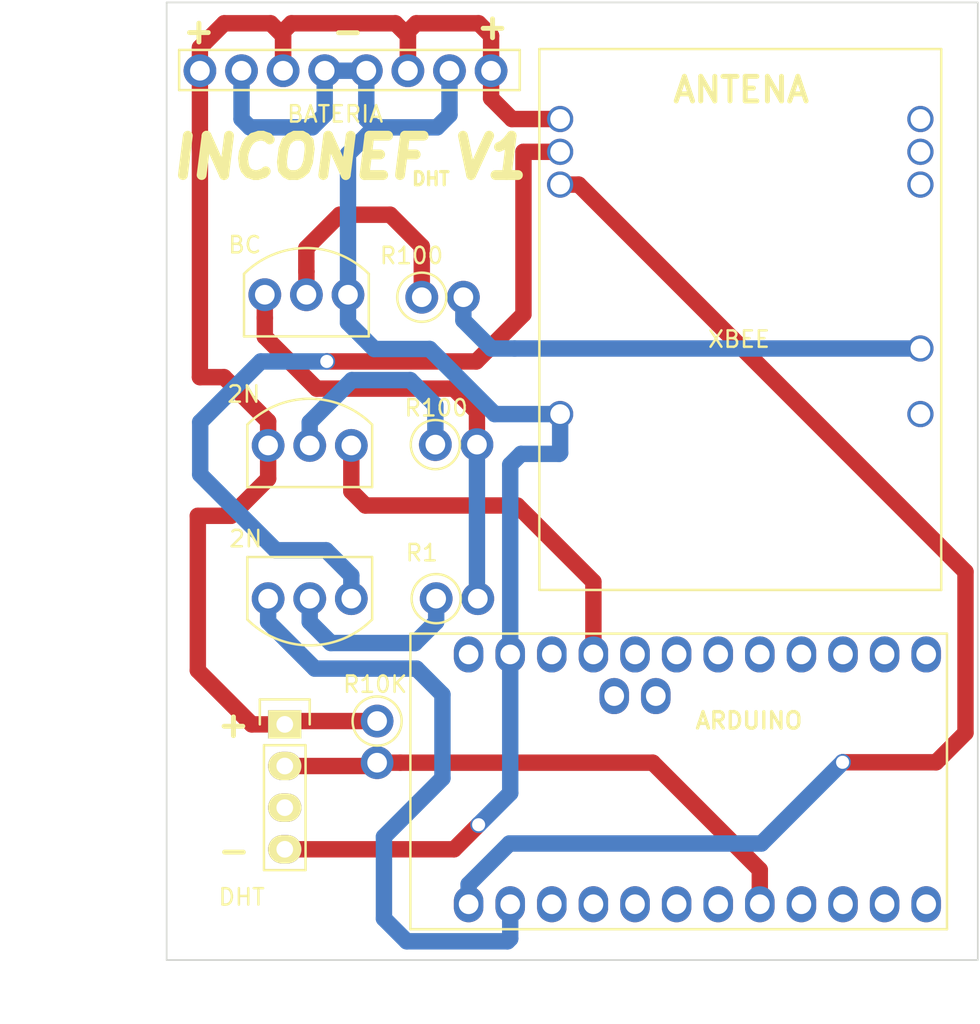
<source format=kicad_pcb>
(kicad_pcb (version 20171130) (host pcbnew "(5.0.2)-1")

  (general
    (thickness 1.6)
    (drawings 14)
    (tracks 141)
    (zones 0)
    (modules 11)
    (nets 39)
  )

  (page A4)
  (layers
    (0 F.Cu signal)
    (31 B.Cu signal)
    (32 B.Adhes user)
    (33 F.Adhes user)
    (34 B.Paste user)
    (35 F.Paste user)
    (36 B.SilkS user)
    (37 F.SilkS user)
    (38 B.Mask user)
    (39 F.Mask user)
    (40 Dwgs.User user)
    (41 Cmts.User user)
    (42 Eco1.User user)
    (43 Eco2.User user)
    (44 Edge.Cuts user)
    (45 Margin user)
    (46 B.CrtYd user)
    (47 F.CrtYd user)
    (48 B.Fab user)
    (49 F.Fab user)
  )

  (setup
    (last_trace_width 1)
    (trace_clearance 0.2)
    (zone_clearance 0.508)
    (zone_45_only no)
    (trace_min 1)
    (segment_width 0.2)
    (edge_width 0.1)
    (via_size 1)
    (via_drill 0.8)
    (via_min_size 0.4)
    (via_min_drill 0.3)
    (uvia_size 0.3)
    (uvia_drill 0.1)
    (uvias_allowed no)
    (uvia_min_size 0.2)
    (uvia_min_drill 0.1)
    (pcb_text_width 0.3)
    (pcb_text_size 1.5 1.5)
    (mod_edge_width 0.15)
    (mod_text_size 1 1)
    (mod_text_width 0.15)
    (pad_size 2 2)
    (pad_drill 0.8)
    (pad_to_mask_clearance 0)
    (solder_mask_min_width 0.25)
    (aux_axis_origin 111.8616 39.116)
    (grid_origin 180.4416 107.696)
    (visible_elements 7FFFFFFF)
    (pcbplotparams
      (layerselection 0x01000_ffffffff)
      (usegerberextensions false)
      (usegerberattributes false)
      (usegerberadvancedattributes false)
      (creategerberjobfile false)
      (excludeedgelayer true)
      (linewidth 0.100000)
      (plotframeref false)
      (viasonmask false)
      (mode 1)
      (useauxorigin false)
      (hpglpennumber 1)
      (hpglpenspeed 20)
      (hpglpendiameter 15.000000)
      (psnegative false)
      (psa4output false)
      (plotreference true)
      (plotvalue true)
      (plotinvisibletext false)
      (padsonsilk false)
      (subtractmaskfromsilk false)
      (outputformat 1)
      (mirror false)
      (drillshape 0)
      (scaleselection 1)
      (outputdirectory "../V0/"))
  )

  (net 0 "")
  (net 1 3.7V)
  (net 2 SENS_DATA)
  (net 3 "Net-(TH1-Pad3)")
  (net 4 GND)
  (net 5 TX_XBEE)
  (net 6 RX_XBEE)
  (net 7 "Net-(U4-Pad5)")
  (net 8 "Net-(U4-Pad6)")
  (net 9 "Net-(U4-Pad7)")
  (net 10 PINOUT_TRANSISTOR)
  (net 11 "Net-(U4-Pad9)")
  (net 12 "Net-(U7-Pad1)")
  (net 13 RX_ARDUINO)
  (net 14 3.7V_OUT-T)
  (net 15 "Net-(U10-Pad2)")
  (net 16 Salida_2T)
  (net 17 "Net-(U5-Pad1)")
  (net 18 "Net-(U2-Pad10)")
  (net 19 "Net-(U2-Pad9)")
  (net 20 "Net-(U2-Pad8)")
  (net 21 "Net-(U2-Pad7)")
  (net 22 "Net-(U2-Pad6)")
  (net 23 "Net-(U2-Pad4)")
  (net 24 "Net-(U2-Pad3)")
  (net 25 "Net-(U2-Pad2)")
  (net 26 "Net-(U2-Pad1)")
  (net 27 "Net-(U2-Pad24)")
  (net 28 "Net-(U2-Pad23)")
  (net 29 "Net-(U2-Pad22)")
  (net 30 "Net-(U2-Pad21)")
  (net 31 "Net-(U2-Pad20)")
  (net 32 "Net-(U2-Pad19)")
  (net 33 "Net-(U2-Pad18)")
  (net 34 "Net-(U2-Pad17)")
  (net 35 "Net-(U2-Pad15)")
  (net 36 "Net-(U2-Pad13)")
  (net 37 "Net-(U2-Pad25)")
  (net 38 "Net-(U2-Pad26)")

  (net_class Default "Esta es la clase de red por defecto."
    (clearance 0.2)
    (trace_width 1)
    (via_dia 1)
    (via_drill 0.8)
    (uvia_dia 0.3)
    (uvia_drill 0.1)
    (add_net 3.7V)
    (add_net 3.7V_OUT-T)
    (add_net GND)
    (add_net "Net-(TH1-Pad3)")
    (add_net "Net-(U10-Pad2)")
    (add_net "Net-(U2-Pad1)")
    (add_net "Net-(U2-Pad10)")
    (add_net "Net-(U2-Pad13)")
    (add_net "Net-(U2-Pad15)")
    (add_net "Net-(U2-Pad17)")
    (add_net "Net-(U2-Pad18)")
    (add_net "Net-(U2-Pad19)")
    (add_net "Net-(U2-Pad2)")
    (add_net "Net-(U2-Pad20)")
    (add_net "Net-(U2-Pad21)")
    (add_net "Net-(U2-Pad22)")
    (add_net "Net-(U2-Pad23)")
    (add_net "Net-(U2-Pad24)")
    (add_net "Net-(U2-Pad25)")
    (add_net "Net-(U2-Pad26)")
    (add_net "Net-(U2-Pad3)")
    (add_net "Net-(U2-Pad4)")
    (add_net "Net-(U2-Pad6)")
    (add_net "Net-(U2-Pad7)")
    (add_net "Net-(U2-Pad8)")
    (add_net "Net-(U2-Pad9)")
    (add_net "Net-(U4-Pad5)")
    (add_net "Net-(U4-Pad6)")
    (add_net "Net-(U4-Pad7)")
    (add_net "Net-(U4-Pad9)")
    (add_net "Net-(U5-Pad1)")
    (add_net "Net-(U7-Pad1)")
    (add_net PINOUT_TRANSISTOR)
    (add_net RX_ARDUINO)
    (add_net RX_XBEE)
    (add_net SENS_DATA)
    (add_net Salida_2T)
    (add_net TX_XBEE)
  )

  (module ProyectoCorcho:ArduinoProMini (layer F.Cu) (tedit 5CADF7E6) (tstamp 5CAB58F0)
    (at 144.272 86.5124)
    (descr "IC, ARDUINO_PRO_MINI x 0,6\"")
    (tags "DIL ARDUINO PRO MINI")
    (path /5CAB0093)
    (fp_text reference ARDUINO (at 3.1496 -3.5814) (layer F.SilkS)
      (effects (font (size 1 1) (thickness 0.2)))
    )
    (fp_text value "" (at 0 0) (layer F.Fab) hide
      (effects (font (size 0.8 0.8) (thickness 0.16)))
    )
    (fp_line (start 15.24 9.144) (end 15.24 -8.89) (layer F.SilkS) (width 0.15))
    (fp_line (start -17.526 -8.89) (end -17.526 9.144) (layer F.SilkS) (width 0.15))
    (fp_line (start 15.24 9.144) (end -17.526 9.144) (layer F.SilkS) (width 0.15))
    (fp_line (start -17.526 -8.89) (end 15.24 -8.89) (layer F.SilkS) (width 0.15))
    (pad 12 thru_hole oval (at -13.97 7.62) (size 1.8 2.19964) (drill 1.2) (layers *.Cu *.Mask)
      (net 6 RX_XBEE))
    (pad 11 thru_hole oval (at -11.43 7.62) (size 1.8 2.19964) (drill 1.2) (layers *.Cu *.Mask)
      (net 13 RX_ARDUINO))
    (pad 10 thru_hole oval (at -8.89 7.62) (size 1.8 2.19964) (drill 1.2) (layers *.Cu *.Mask)
      (net 18 "Net-(U2-Pad10)"))
    (pad 9 thru_hole oval (at -6.35 7.62) (size 1.8 2.19964) (drill 1.2) (layers *.Cu *.Mask)
      (net 19 "Net-(U2-Pad9)"))
    (pad 8 thru_hole oval (at -3.81 7.62) (size 1.8 2.19964) (drill 1.2) (layers *.Cu *.Mask)
      (net 20 "Net-(U2-Pad8)"))
    (pad 7 thru_hole oval (at -1.27 7.62) (size 1.8 2.19964) (drill 1.2) (layers *.Cu *.Mask)
      (net 21 "Net-(U2-Pad7)"))
    (pad 6 thru_hole oval (at 1.27 7.62) (size 1.8 2.19964) (drill 1.2) (layers *.Cu *.Mask)
      (net 22 "Net-(U2-Pad6)"))
    (pad 5 thru_hole oval (at 3.81 7.62) (size 1.8 2.19964) (drill 1.2) (layers *.Cu *.Mask)
      (net 2 SENS_DATA))
    (pad 4 thru_hole oval (at 6.35 7.62) (size 1.8 2.19964) (drill 1.2) (layers *.Cu *.Mask)
      (net 23 "Net-(U2-Pad4)"))
    (pad 3 thru_hole oval (at 8.89 7.62) (size 1.8 2.19964) (drill 1.2) (layers *.Cu *.Mask)
      (net 24 "Net-(U2-Pad3)"))
    (pad 2 thru_hole oval (at 11.43 7.62) (size 1.8 2.19964) (drill 1.2) (layers *.Cu *.Mask)
      (net 25 "Net-(U2-Pad2)"))
    (pad 1 thru_hole oval (at 13.97 7.62) (size 1.8 2.19964) (drill 1.2) (layers *.Cu *.Mask)
      (net 26 "Net-(U2-Pad1)"))
    (pad 24 thru_hole oval (at 13.97 -7.62) (size 1.8 2.19964) (drill 1.2) (layers *.Cu *.Mask)
      (net 27 "Net-(U2-Pad24)"))
    (pad 23 thru_hole oval (at 11.43 -7.62) (size 1.8 2.19964) (drill 1.2) (layers *.Cu *.Mask)
      (net 28 "Net-(U2-Pad23)"))
    (pad 22 thru_hole oval (at 8.89 -7.62) (size 1.8 2.19964) (drill 1.2) (layers *.Cu *.Mask)
      (net 29 "Net-(U2-Pad22)"))
    (pad 21 thru_hole oval (at 6.35 -7.62) (size 1.8 2.19964) (drill 1.2) (layers *.Cu *.Mask)
      (net 30 "Net-(U2-Pad21)"))
    (pad 20 thru_hole oval (at 3.81 -7.62) (size 1.8 2.19964) (drill 1.2) (layers *.Cu *.Mask)
      (net 31 "Net-(U2-Pad20)"))
    (pad 19 thru_hole oval (at 1.27 -7.62) (size 1.8 2.19964) (drill 1.2) (layers *.Cu *.Mask)
      (net 32 "Net-(U2-Pad19)"))
    (pad 18 thru_hole oval (at -1.27 -7.62) (size 1.8 2.19964) (drill 1.2) (layers *.Cu *.Mask)
      (net 33 "Net-(U2-Pad18)"))
    (pad 17 thru_hole oval (at -3.81 -7.62) (size 1.8 2.19964) (drill 1.2) (layers *.Cu *.Mask)
      (net 34 "Net-(U2-Pad17)"))
    (pad 16 thru_hole oval (at -6.35 -7.62) (size 1.8 2.19964) (drill 1.2) (layers *.Cu *.Mask)
      (net 14 3.7V_OUT-T))
    (pad 15 thru_hole oval (at -8.89 -7.62) (size 1.8 2.19964) (drill 1.2) (layers *.Cu *.Mask)
      (net 35 "Net-(U2-Pad15)"))
    (pad 14 thru_hole oval (at -11.43 -7.62) (size 1.8 2.19964) (drill 1.2) (layers *.Cu *.Mask)
      (net 4 GND))
    (pad 13 thru_hole oval (at -13.97 -7.62) (size 1.8 2.19964) (drill 1.2) (layers *.Cu *.Mask)
      (net 36 "Net-(U2-Pad13)"))
    (pad 25 thru_hole oval (at -2.54 -5.08) (size 1.8 2.19964) (drill 1.2) (layers *.Cu *.Mask)
      (net 37 "Net-(U2-Pad25)"))
    (pad 26 thru_hole oval (at -5.08 -5.08) (size 1.8 2.19964) (drill 1.2) (layers *.Cu *.Mask)
      (net 38 "Net-(U2-Pad26)"))
    (model Socket_Strips.3dshapes/Socket_Strip_Straight_1x02_Pitch2.54mm.wrl
      (offset (xyz -3.809999942779541 5.079999923706055 0))
      (scale (xyz 1 1 1))
      (rotate (xyz 0 0 0))
    )
    (model Socket_Strips.3dshapes/Socket_Strip_Straight_1x03_Pitch2.54mm.wrl
      (offset (xyz 13.96999979019165 2.539999961853027 0))
      (scale (xyz 1 1 1))
      (rotate (xyz 0 0 90))
    )
    (model Socket_Strips.3dshapes/Socket_Strip_Straight_1x12_Pitch2.54mm.wrl
      (offset (xyz 0 7.619999885559082 0))
      (scale (xyz 1 1 1))
      (rotate (xyz 0 0 0))
    )
    (model Socket_Strips.3dshapes/Socket_Strip_Straight_1x12_Pitch2.54mm.wrl
      (offset (xyz 0 -7.619999885559082 0))
      (scale (xyz 1 1 1))
      (rotate (xyz 0 0 0))
    )
    (model Socket_Strips.3dshapes/Socket_Strip_Straight_1x02_Pitch2.54mm.wrl
      (offset (xyz 6.349999904632568 5.079999923706055 0))
      (scale (xyz 1 1 1))
      (rotate (xyz 0 0 0))
    )
    (model ${MYSLOCAL}/mysensors.3dshapes/mysensors_arduino.3dshapes/arduino_pro_mini.wrl
      (offset (xyz -1.269999980926514 0 12.19199981689453))
      (scale (xyz 0.395 0.395 0.395))
      (rotate (xyz 0 0 180))
    )
    (model SMD_Packages.3dshapes/TQFP-32.wrl
      (offset (xyz 1.269999980926514 0 13.01749980449676))
      (scale (xyz 1 1 1))
      (rotate (xyz 0 0 315))
    )
    (model Pin_Headers.3dshapes/Pin_Header_Straight_1x12_Pitch2.54mm.wrl
      (offset (xyz 13.96999979019165 -7.619999885559082 11.30299983024597))
      (scale (xyz 1 1 1))
      (rotate (xyz 0 180 90))
    )
    (model Pin_Headers.3dshapes/Pin_Header_Straight_1x12_Pitch2.54mm.wrl
      (offset (xyz 13.96999979019165 7.619999885559082 11.30299983024597))
      (scale (xyz 1 1 1))
      (rotate (xyz 0 180 90))
    )
    (model Pin_Headers.3dshapes/Pin_Header_Straight_1x03_Pitch2.54mm.wrl
      (offset (xyz 13.96999979019165 5.079999923706055 11.30299983024597))
      (scale (xyz 1 1 1))
      (rotate (xyz 0 180 0))
    )
    (model Pin_Headers.3dshapes/Pin_Header_Straight_1x02_Pitch2.54mm.wrl
      (offset (xyz 7.619999885559082 5.079999923706055 11.30299983024597))
      (scale (xyz 1 1 1))
      (rotate (xyz 0 180 90))
    )
    (model Pin_Headers.3dshapes/Pin_Header_Straight_1x02_Pitch2.54mm.wrl
      (offset (xyz -2.539999961853027 5.079999923706055 11.30299983024597))
      (scale (xyz 1 1 1))
      (rotate (xyz 0 180 90))
    )
    (model ${MYSLOCAL}/mysensors.3dshapes/w.lain.3dshapes/smd_leds/led_0603.wrl
      (offset (xyz -7.619999885559082 0 13.01749980449676))
      (scale (xyz 1 1 1))
      (rotate (xyz 0 0 0))
    )
    (model ${MYSLOCAL}/mysensors.3dshapes/w.lain.3dshapes/smd_leds/led_0603.wrl
      (offset (xyz 13.96999979019165 -4.444999933242798 13.01749980449676))
      (scale (xyz 1 1 1))
      (rotate (xyz 0 0 0))
    )
    (model Pin_Headers.3dshapes/Pin_Header_Angled_1x06_Pitch2.54mm.wrl
      (offset (xyz -16.50999975204468 -6.349999904632568 13.01749980449676))
      (scale (xyz 1 1 1))
      (rotate (xyz 0 0 180))
    )
    (model Resistors_SMD.3dshapes/R_0603.wrl
      (offset (xyz -7.619999885559082 -1.269999980926514 13.01749980449676))
      (scale (xyz 1 1 1))
      (rotate (xyz 0 0 0))
    )
    (model Resistors_SMD.3dshapes/R_0603.wrl
      (offset (xyz 13.96999979019165 -3.174999952316284 13.01749980449676))
      (scale (xyz 1 1 1))
      (rotate (xyz 0 0 0))
    )
    (model Capacitors_SMD.3dshapes/C_0603.wrl
      (offset (xyz -7.619999885559082 1.269999980926514 13.01749980449676))
      (scale (xyz 1 1 1))
      (rotate (xyz 0 0 0))
    )
    (model Capacitors_Tantalum_SMD.3dshapes/CP_Tantalum_Case-S_EIA-3216-12.wrl
      (offset (xyz -8.889999866485596 3.809999942779541 13.01749980449676))
      (scale (xyz 1 1 1))
      (rotate (xyz 0 0 0))
    )
    (model Capacitors_Tantalum_SMD.3dshapes/CP_Tantalum_Case-S_EIA-3216-12.wrl
      (offset (xyz -8.889999866485596 -3.809999942779541 13.01749980449676))
      (scale (xyz 1 1 1))
      (rotate (xyz 0 0 0))
    )
    (model TO_SOT_Packages_SMD.3dshapes/SOT-23-5.wrl
      (offset (xyz -10.15999984741211 0 13.01749980449676))
      (scale (xyz 1 1 1))
      (rotate (xyz 0 0 90))
    )
    (model Capacitors_SMD.3dshapes/C_1210.wrl
      (offset (xyz -12.69999980926514 0 13.01749980449676))
      (scale (xyz 1 1 1))
      (rotate (xyz 0 0 90))
    )
    (model ${MYSLOCAL}/mysensors.3dshapes/w.lain.3dshapes/switch/smd_push.wrl
      (offset (xyz 10.15999984741211 0 13.01749980449676))
      (scale (xyz 1 1 1))
      (rotate (xyz 0 0 90))
    )
  )

  (module ProyectoCorcho:XBEE (layer F.Cu) (tedit 5CAB5DF0) (tstamp 5CAB5942)
    (at 134.62 44.958)
    (path /5CAAFF90)
    (fp_text reference XBEE (at 12.1916 14.708) (layer F.SilkS)
      (effects (font (size 1 1) (thickness 0.15)))
    )
    (fp_text value "" (at 12.7 -1.27) (layer F.Fab)
      (effects (font (size 1 1) (thickness 0.15)))
    )
    (fp_line (start 0 -3) (end 24.54 -3) (layer F.SilkS) (width 0.15))
    (fp_line (start 24.54 -3) (end 24.54 30) (layer F.SilkS) (width 0.15))
    (fp_line (start 24.54 30) (end 0 30) (layer F.SilkS) (width 0.15))
    (fp_line (start 0 30) (end 0 -3) (layer F.SilkS) (width 0.15))
    (pad 1 thru_hole circle (at 1.27 1.27) (size 1.6 1.6) (drill 1.2) (layers *.Cu *.Mask)
      (net 1 3.7V))
    (pad 2 thru_hole circle (at 1.27 3.27) (size 1.6 1.6) (drill 1.2) (layers *.Cu *.Mask)
      (net 5 TX_XBEE))
    (pad 3 thru_hole circle (at 1.27 5.27) (size 1.6 1.6) (drill 1.2) (layers *.Cu *.Mask)
      (net 6 RX_XBEE))
    (pad 4 thru_hole circle (at 1.27 19.27) (size 1.6 1.6) (drill 1.2) (layers *.Cu *.Mask)
      (net 4 GND))
    (pad 5 thru_hole circle (at 23.27 1.27) (size 1.6 1.6) (drill 1.2) (layers *.Cu *.Mask)
      (net 7 "Net-(U4-Pad5)"))
    (pad 6 thru_hole circle (at 23.27 3.27) (size 1.6 1.6) (drill 1.2) (layers *.Cu *.Mask)
      (net 8 "Net-(U4-Pad6)"))
    (pad 7 thru_hole circle (at 23.27 5.27) (size 1.6 1.6) (drill 1.2) (layers *.Cu *.Mask)
      (net 9 "Net-(U4-Pad7)"))
    (pad 8 thru_hole circle (at 23.27 15.27) (size 1.6 1.6) (drill 1.2) (layers *.Cu *.Mask)
      (net 10 PINOUT_TRANSISTOR))
    (pad 9 thru_hole circle (at 23.27 19.27) (size 1.6 1.6) (drill 1.2) (layers *.Cu *.Mask)
      (net 11 "Net-(U4-Pad9)"))
  )

  (module ProyectoCorcho:PinesBateria (layer F.Cu) (tedit 5CAB5E14) (tstamp 5CAB407A)
    (at 112.6236 42.0116)
    (path /5CAB0001)
    (fp_text reference BATERIA (at 9.528 3.9144) (layer F.SilkS)
      (effects (font (size 1 1) (thickness 0.15)))
    )
    (fp_text value "" (at 10.16 -1.27) (layer F.Fab)
      (effects (font (size 1 1) (thickness 0.15)))
    )
    (fp_line (start 0 0) (end 20.8 0) (layer F.SilkS) (width 0.15))
    (fp_line (start 20.8 0) (end 20.8 2.45) (layer F.SilkS) (width 0.15))
    (fp_line (start 20.8 2.45) (end 0 2.45) (layer F.SilkS) (width 0.15))
    (fp_line (start 0 2.45) (end 0 0) (layer F.SilkS) (width 0.15))
    (pad 1 thru_hole circle (at 1.27 1.27) (size 2 2) (drill 1.2) (layers *.Cu *.Mask)
      (net 1 3.7V))
    (pad 2 thru_hole circle (at 3.81 1.27) (size 2 2) (drill 1.2) (layers *.Cu *.Mask)
      (net 4 GND))
    (pad 3 thru_hole circle (at 6.35 1.27) (size 2 2) (drill 1.2) (layers *.Cu *.Mask)
      (net 1 3.7V))
    (pad 4 thru_hole circle (at 8.89 1.27) (size 2 2) (drill 1.2) (layers *.Cu *.Mask)
      (net 4 GND))
    (pad 5 thru_hole circle (at 11.43 1.27) (size 2 2) (drill 1.2) (layers *.Cu *.Mask)
      (net 4 GND))
    (pad 6 thru_hole circle (at 13.97 1.27) (size 2 2) (drill 1.2) (layers *.Cu *.Mask)
      (net 1 3.7V))
    (pad 7 thru_hole circle (at 16.51 1.27) (size 2 2) (drill 1.2) (layers *.Cu *.Mask)
      (net 4 GND))
    (pad 8 thru_hole circle (at 19.05 1.27) (size 2 2) (drill 1.2) (layers *.Cu *.Mask)
      (net 1 3.7V))
  )

  (module ProyectoCorcho:Transistor1 (layer B.Cu) (tedit 5CAB5E63) (tstamp 5CAB4043)
    (at 120.5992 66.1416)
    (path /5CAB0548)
    (fp_text reference 2N (at -4.0276 -3.1256) (layer F.SilkS)
      (effects (font (size 1 1) (thickness 0.15)))
    )
    (fp_text value "" (at 0 3.81) (layer B.Fab)
      (effects (font (size 1 1) (thickness 0.15)) (justify mirror))
    )
    (fp_arc (start 0 2.54) (end 3.81 -1.27) (angle -90) (layer F.SilkS) (width 0.15))
    (fp_line (start 3.81 2.54) (end 3.81 -1.27) (layer F.SilkS) (width 0.15))
    (fp_line (start -3.81 2.54) (end 3.81 2.54) (layer F.SilkS) (width 0.15))
    (fp_line (start -3.81 -1.27) (end -3.81 2.54) (layer F.SilkS) (width 0.15))
    (pad 3 thru_hole circle (at 2.54 0) (size 2 2) (drill 1.2) (layers *.Cu *.Mask)
      (net 14 3.7V_OUT-T))
    (pad 2 thru_hole circle (at 0 0) (size 2 2) (drill 1.2) (layers *.Cu *.Mask)
      (net 15 "Net-(U10-Pad2)"))
    (pad 1 thru_hole circle (at -2.54 0) (size 2 2) (drill 1.2) (layers *.Cu *.Mask)
      (net 1 3.7V))
  )

  (module Sensors:DHT22_Temperature_Humidity (layer F.Cu) (tedit 5CAB5DB0) (tstamp 5CAB401C)
    (at 119.0752 86.9696 270)
    (path /5CAAFEFB)
    (fp_text reference DHT (at 6.7264 2.6336) (layer F.SilkS)
      (effects (font (size 1 1) (thickness 0.15)))
    )
    (fp_text value "" (at 0 5.445 270) (layer F.Fab)
      (effects (font (size 1 1) (thickness 0.15)))
    )
    (fp_line (start -2.54 1.27) (end -2.54 -1.27) (layer F.SilkS) (width 0.15))
    (fp_line (start 5.08 1.27) (end -2.54 1.27) (layer F.SilkS) (width 0.15))
    (fp_line (start 5.08 -1.27) (end 5.08 1.27) (layer F.SilkS) (width 0.15))
    (fp_line (start -2.54 -1.27) (end 5.08 -1.27) (layer F.SilkS) (width 0.15))
    (fp_line (start -5.334 1.524) (end -3.81 1.524) (layer F.SilkS) (width 0.15))
    (fp_line (start -5.334 -1.524) (end -5.334 1.524) (layer F.SilkS) (width 0.15))
    (fp_line (start -3.81 -1.524) (end -5.334 -1.524) (layer F.SilkS) (width 0.15))
    (fp_line (start -7.62 4.3) (end 7.62 4.3) (layer B.CrtYd) (width 0.15))
    (fp_line (start -7.62 -3.3) (end -7.62 4.3) (layer B.CrtYd) (width 0.15))
    (fp_line (start 7.62 -3.3) (end 7.62 4.3) (layer B.CrtYd) (width 0.15))
    (fp_line (start -7.62 -3.3) (end 7.62 -3.3) (layer B.CrtYd) (width 0.15))
    (fp_line (start -7.62 -2) (end 7.62 -2) (layer B.CrtYd) (width 0.15))
    (pad 1 thru_hole rect (at -3.81 0) (size 2.032 1.7272) (drill 1.016) (layers *.Cu *.Mask F.SilkS)
      (net 1 3.7V))
    (pad 2 thru_hole oval (at -1.27 0) (size 2.032 1.7272) (drill 1.016) (layers *.Cu *.Mask F.SilkS)
      (net 2 SENS_DATA))
    (pad 3 thru_hole oval (at 1.27 0) (size 2.032 1.7272) (drill 1.016) (layers *.Cu *.Mask F.SilkS)
      (net 3 "Net-(TH1-Pad3)"))
    (pad 4 thru_hole oval (at 3.81 0) (size 2.032 1.7272) (drill 1.016) (layers *.Cu *.Mask F.SilkS)
      (net 4 GND))
  )

  (module ProyectoCorcho:ResitenciaVertical (layer F.Cu) (tedit 5CAB5D2A) (tstamp 5CAB406A)
    (at 128.27 66.0908)
    (path /5CAB0154)
    (fp_text reference R100 (at 0.0516 -2.2348) (layer F.SilkS)
      (effects (font (size 1 1) (thickness 0.15)))
    )
    (fp_text value "" (at 1.27 -2.54) (layer F.Fab)
      (effects (font (size 1 1) (thickness 0.15)))
    )
    (fp_circle (center 0 0) (end 1.5 0) (layer F.SilkS) (width 0.15))
    (pad 1 thru_hole circle (at 0 0) (size 2 2) (drill 1.2) (layers *.Cu *.Mask)
      (net 15 "Net-(U10-Pad2)"))
    (pad 2 thru_hole circle (at 2.54 0) (size 2 2) (drill 1.2) (layers *.Cu *.Mask)
      (net 16 Salida_2T))
  )

  (module ProyectoCorcho:ResitenciaVertical (layer F.Cu) (tedit 5CAB5D89) (tstamp 5CAB4063)
    (at 128.3208 75.4888)
    (path /5CAB0275)
    (fp_text reference R1 (at -0.8792 -2.7928) (layer F.SilkS)
      (effects (font (size 1 1) (thickness 0.15)))
    )
    (fp_text value "" (at 1.27 -2.54) (layer F.Fab)
      (effects (font (size 1 1) (thickness 0.15)))
    )
    (fp_circle (center 0 0) (end 1.5 0) (layer F.SilkS) (width 0.15))
    (pad 1 thru_hole circle (at 0 0) (size 2 2) (drill 1.2) (layers *.Cu *.Mask)
      (net 12 "Net-(U7-Pad1)"))
    (pad 2 thru_hole circle (at 2.54 0) (size 2 2) (drill 1.2) (layers *.Cu *.Mask)
      (net 16 Salida_2T))
  )

  (module ProyectoCorcho:ResitenciaVertical (layer F.Cu) (tedit 5CAB5D15) (tstamp 5CAB405C)
    (at 127.4416 57.0992)
    (path /5CAB01CC)
    (fp_text reference R100 (at -0.6264 -2.5332) (layer F.SilkS)
      (effects (font (size 1 1) (thickness 0.15)))
    )
    (fp_text value "" (at 1.27 -2.54) (layer F.Fab)
      (effects (font (size 1 1) (thickness 0.15)))
    )
    (fp_circle (center 0 0) (end 1.5 0) (layer F.SilkS) (width 0.15))
    (pad 2 thru_hole circle (at 2.54 0) (size 2 2) (drill 1.2) (layers *.Cu *.Mask)
      (net 10 PINOUT_TRANSISTOR))
    (pad 1 thru_hole circle (at 0 0) (size 2 2) (drill 1.2) (layers *.Cu *.Mask)
      (net 17 "Net-(U5-Pad1)"))
  )

  (module ProyectoCorcho:ResitenciaVertical (layer F.Cu) (tedit 5CAB5DCC) (tstamp 5CAB4055)
    (at 124.714 82.9564 270)
    (path /5CAB25D5)
    (fp_text reference " R10K" (at -2.2404 0.5024) (layer F.SilkS)
      (effects (font (size 1 1) (thickness 0.15)))
    )
    (fp_text value "" (at 1.27 -2.54 270) (layer F.Fab)
      (effects (font (size 1 1) (thickness 0.15)))
    )
    (fp_circle (center 0 0) (end 1.5 0) (layer F.SilkS) (width 0.15))
    (pad 1 thru_hole circle (at 0 0 270) (size 2 2) (drill 1.2) (layers *.Cu *.Mask)
      (net 1 3.7V))
    (pad 2 thru_hole circle (at 2.54 0 270) (size 2 2) (drill 1.2) (layers *.Cu *.Mask)
      (net 2 SENS_DATA))
  )

  (module ProyectoCorcho:Transistor (layer F.Cu) (tedit 5CAE0039) (tstamp 5CAB404E)
    (at 120.396 56.9468)
    (path /5CAB0484)
    (fp_text reference BC (at -3.7644 -3.0408) (layer F.SilkS)
      (effects (font (size 1 1) (thickness 0.15)))
    )
    (fp_text value "" (at 0 -3.81) (layer F.Fab)
      (effects (font (size 1 1) (thickness 0.15)))
    )
    (fp_line (start 3.81 -1.27) (end 3.81 2.54) (layer F.SilkS) (width 0.15))
    (fp_line (start 3.81 2.54) (end -3.81 2.54) (layer F.SilkS) (width 0.15))
    (fp_line (start -3.81 2.54) (end -3.81 -1.27) (layer F.SilkS) (width 0.15))
    (fp_arc (start 0 2.54) (end -3.81 -1.27) (angle 90) (layer F.SilkS) (width 0.15))
    (pad 1 thru_hole circle (at -2.54 0) (size 2 2) (drill 1.2) (layers *.Cu *.Mask)
      (net 16 Salida_2T))
    (pad 2 thru_hole circle (at 0 0) (size 2 2) (drill 1.2) (layers *.Cu *.Mask)
      (net 17 "Net-(U5-Pad1)"))
    (pad 3 thru_hole circle (at 2.54 0) (size 2 2) (drill 1.2) (layers *.Cu *.Mask)
      (net 4 GND))
  )

  (module ProyectoCorcho:Transistor1 (layer B.Cu) (tedit 5CAB5E45) (tstamp 5CAB4038)
    (at 120.5992 75.4888 180)
    (path /5CAB0508)
    (fp_text reference 2N (at 3.9076 3.6528 180) (layer F.SilkS)
      (effects (font (size 1 1) (thickness 0.15)))
    )
    (fp_text value "" (at 0 3.81 180) (layer B.Fab)
      (effects (font (size 1 1) (thickness 0.15)) (justify mirror))
    )
    (fp_line (start -3.81 -1.27) (end -3.81 2.54) (layer F.SilkS) (width 0.15))
    (fp_line (start -3.81 2.54) (end 3.81 2.54) (layer F.SilkS) (width 0.15))
    (fp_line (start 3.81 2.54) (end 3.81 -1.27) (layer F.SilkS) (width 0.15))
    (fp_arc (start 0 2.54) (end 3.81 -1.27) (angle -90) (layer F.SilkS) (width 0.15))
    (pad 1 thru_hole circle (at -2.54 0 180) (size 2 2) (drill 1.2) (layers *.Cu *.Mask)
      (net 5 TX_XBEE))
    (pad 2 thru_hole circle (at 0 0 180) (size 2 2) (drill 1.2) (layers *.Cu *.Mask)
      (net 12 "Net-(U7-Pad1)"))
    (pad 3 thru_hole circle (at 2.54 0 180) (size 2 2) (drill 1.2) (layers *.Cu *.Mask)
      (net 13 RX_ARDUINO))
  )

  (dimension 49.53 (width 0.3) (layer Dwgs.User)
    (gr_text "49,530 mm" (at 136.6266 102.810999) (layer Dwgs.User)
      (effects (font (size 1.5 1.5) (thickness 0.3)))
    )
    (feature1 (pts (xy 161.3916 97.536) (xy 161.3916 101.29742)))
    (feature2 (pts (xy 111.8616 97.536) (xy 111.8616 101.29742)))
    (crossbar (pts (xy 111.8616 100.710999) (xy 161.3916 100.710999)))
    (arrow1a (pts (xy 161.3916 100.710999) (xy 160.265096 101.29742)))
    (arrow1b (pts (xy 161.3916 100.710999) (xy 160.265096 100.124578)))
    (arrow2a (pts (xy 111.8616 100.710999) (xy 112.988104 101.29742)))
    (arrow2b (pts (xy 111.8616 100.710999) (xy 112.988104 100.124578)))
  )
  (gr_line (start 161.3916 97.536) (end 111.8616 97.536) (layer Edge.Cuts) (width 0.1))
  (gr_line (start 161.3916 39.116) (end 161.3916 97.536) (layer Edge.Cuts) (width 0.1))
  (gr_line (start 111.8616 39.116) (end 161.3916 39.116) (layer Edge.Cuts) (width 0.1))
  (gr_text "DHT\n" (at 127.9916 49.876) (layer F.SilkS)
    (effects (font (size 0.8 0.8) (thickness 0.2)))
  )
  (gr_text "INCONEF V1\n" (at 123.0416 48.566) (layer F.SilkS)
    (effects (font (size 2.4 2.4) (thickness 0.6) italic))
  )
  (dimension 58.42 (width 0.3) (layer Dwgs.User)
    (gr_text "58,420 mm" (at 107.2216 68.326 90) (layer Dwgs.User)
      (effects (font (size 1.5 1.5) (thickness 0.3)))
    )
    (feature1 (pts (xy 111.8616 39.116) (xy 108.735179 39.116)))
    (feature2 (pts (xy 111.8616 97.536) (xy 108.735179 97.536)))
    (crossbar (pts (xy 109.3216 97.536) (xy 109.3216 39.116)))
    (arrow1a (pts (xy 109.3216 39.116) (xy 109.908021 40.242504)))
    (arrow1b (pts (xy 109.3216 39.116) (xy 108.735179 40.242504)))
    (arrow2a (pts (xy 109.3216 97.536) (xy 109.908021 96.409496)))
    (arrow2b (pts (xy 109.3216 97.536) (xy 108.735179 96.409496)))
  )
  (gr_line (start 111.8616 39.116) (end 111.8616 97.536) (layer Edge.Cuts) (width 0.1))
  (gr_text - (at 115.9716 90.846) (layer F.SilkS) (tstamp 5CAB661B)
    (effects (font (size 1.5 1.5) (thickness 0.3)) (justify mirror))
  )
  (gr_text + (at 115.9416 83.166) (layer F.SilkS) (tstamp 5CAB660B)
    (effects (font (size 1.5 1.5) (thickness 0.3)))
  )
  (gr_text - (at 122.9316 40.856) (layer F.SilkS)
    (effects (font (size 1.5 1.5) (thickness 0.3)) (justify mirror))
  )
  (gr_text + (at 131.7616 40.586) (layer F.SilkS) (tstamp 5CAB660B)
    (effects (font (size 1.5 1.5) (thickness 0.3)))
  )
  (gr_text + (at 113.8316 40.846) (layer F.SilkS)
    (effects (font (size 1.5 1.5) (thickness 0.3)))
  )
  (gr_text ANTENA (at 146.9416 44.446) (layer F.SilkS)
    (effects (font (size 1.5 1.5) (thickness 0.3)))
  )

  (segment (start 131.6736 43.2816) (end 131.094602 43.2816) (width 0.25) (layer F.Cu) (net 1))
  (segment (start 113.8936 43.2816) (end 113.8936 61.976) (width 1) (layer F.Cu) (net 1))
  (segment (start 119.2784 82.9564) (end 119.0752 83.1596) (width 1) (layer F.Cu) (net 1))
  (segment (start 124.714 82.9564) (end 119.2784 82.9564) (width 1) (layer F.Cu) (net 1))
  (segment (start 117.0592 83.1596) (end 113.7666 79.867) (width 1) (layer F.Cu) (net 1))
  (segment (start 119.0752 83.1596) (end 117.0592 83.1596) (width 1) (layer F.Cu) (net 1))
  (segment (start 113.7666 79.867) (end 113.7666 70.4342) (width 1) (layer F.Cu) (net 1))
  (segment (start 118.9736 41.148) (end 118.9736 43.2816) (width 1) (layer F.Cu) (net 1))
  (segment (start 118.2116 40.386) (end 118.9736 41.148) (width 1) (layer F.Cu) (net 1))
  (segment (start 115.374987 40.386) (end 118.2116 40.386) (width 1) (layer F.Cu) (net 1))
  (segment (start 113.8936 43.2816) (end 113.8936 41.867387) (width 1) (layer F.Cu) (net 1))
  (segment (start 113.8936 41.867387) (end 115.374987 40.386) (width 1) (layer F.Cu) (net 1))
  (segment (start 126.5936 41.148) (end 126.5936 43.2816) (width 1) (layer F.Cu) (net 1))
  (segment (start 125.8316 40.386) (end 126.5936 41.148) (width 1) (layer F.Cu) (net 1))
  (segment (start 119.4816 40.386) (end 125.8316 40.386) (width 1) (layer F.Cu) (net 1))
  (segment (start 118.9736 43.2816) (end 118.9736 40.894) (width 1) (layer F.Cu) (net 1))
  (segment (start 118.9736 40.894) (end 119.4816 40.386) (width 1) (layer F.Cu) (net 1))
  (segment (start 126.5936 43.2816) (end 126.5936 40.894) (width 1) (layer F.Cu) (net 1))
  (segment (start 126.5936 40.894) (end 127.1016 40.386) (width 1) (layer F.Cu) (net 1))
  (segment (start 127.1016 40.386) (end 130.9116 40.386) (width 1) (layer F.Cu) (net 1))
  (segment (start 131.6736 41.148) (end 131.6736 43.2816) (width 1) (layer F.Cu) (net 1))
  (segment (start 130.9116 40.386) (end 131.6736 41.148) (width 1) (layer F.Cu) (net 1))
  (segment (start 132.9436 46.228) (end 135.89 46.228) (width 1) (layer F.Cu) (net 1))
  (segment (start 131.6736 43.2816) (end 131.6736 44.958) (width 1) (layer F.Cu) (net 1))
  (segment (start 131.6736 44.958) (end 132.9436 46.228) (width 1) (layer F.Cu) (net 1))
  (segment (start 118.0592 66.1416) (end 118.0592 64.6684) (width 1) (layer F.Cu) (net 1))
  (segment (start 115.3668 61.976) (end 113.8936 61.976) (width 1) (layer F.Cu) (net 1))
  (segment (start 118.0592 64.6684) (end 115.3668 61.976) (width 1) (layer F.Cu) (net 1))
  (segment (start 118.0592 66.1416) (end 118.0592 68.1736) (width 1) (layer F.Cu) (net 1))
  (segment (start 115.7986 70.4342) (end 113.7666 70.4342) (width 1) (layer F.Cu) (net 1))
  (segment (start 118.0592 68.1736) (end 115.7986 70.4342) (width 1) (layer F.Cu) (net 1))
  (segment (start 119.2784 85.4964) (end 119.0752 85.6996) (width 0.25) (layer F.Cu) (net 2))
  (segment (start 148.082 93.93258) (end 148.082 94.1324) (width 0.25) (layer F.Cu) (net 2))
  (segment (start 126.128213 85.4964) (end 124.714 85.4964) (width 1) (layer F.Cu) (net 2))
  (segment (start 141.54582 85.4964) (end 126.128213 85.4964) (width 1) (layer F.Cu) (net 2))
  (segment (start 148.082 92.03258) (end 141.54582 85.4964) (width 1) (layer F.Cu) (net 2))
  (segment (start 148.082 94.1324) (end 148.082 92.03258) (width 1) (layer F.Cu) (net 2))
  (segment (start 124.5108 85.6996) (end 124.714 85.4964) (width 1) (layer F.Cu) (net 2))
  (segment (start 119.0752 85.6996) (end 124.5108 85.6996) (width 1) (layer F.Cu) (net 2))
  (segment (start 132.842 78.69258) (end 132.842 78.8924) (width 1) (layer B.Cu) (net 4))
  (segment (start 135.89 64.228) (end 131.8936 64.228) (width 1) (layer B.Cu) (net 4))
  (segment (start 132.842 78.8924) (end 132.842 87.3506) (width 1) (layer B.Cu) (net 4))
  (segment (start 132.842 87.3506) (end 130.9116 89.281) (width 1) (layer B.Cu) (net 4))
  (segment (start 130.9116 89.281) (end 130.9116 89.281) (width 1) (layer B.Cu) (net 4) (tstamp 5CAE0251))
  (via (at 130.9116 89.281) (size 1) (drill 0.8) (layers F.Cu B.Cu) (net 4))
  (segment (start 129.413 90.7796) (end 130.9116 89.281) (width 1) (layer F.Cu) (net 4))
  (segment (start 119.0752 90.7796) (end 129.413 90.7796) (width 1) (layer F.Cu) (net 4))
  (segment (start 121.5136 45.974) (end 121.5136 43.2816) (width 1) (layer B.Cu) (net 4))
  (segment (start 120.7516 46.736) (end 121.5136 45.974) (width 1) (layer B.Cu) (net 4))
  (segment (start 116.9416 46.736) (end 120.7516 46.736) (width 1) (layer B.Cu) (net 4))
  (segment (start 116.4336 43.2816) (end 116.4336 46.228) (width 1) (layer B.Cu) (net 4))
  (segment (start 116.4336 46.228) (end 116.9416 46.736) (width 1) (layer B.Cu) (net 4))
  (segment (start 121.5136 43.2816) (end 124.0536 43.2816) (width 1) (layer B.Cu) (net 4))
  (segment (start 129.1336 43.2816) (end 129.1336 45.974) (width 1) (layer B.Cu) (net 4))
  (segment (start 129.1336 45.974) (end 128.3716 46.736) (width 1) (layer B.Cu) (net 4))
  (segment (start 128.3716 46.736) (end 124.5616 46.736) (width 1) (layer B.Cu) (net 4))
  (segment (start 124.0536 46.228) (end 124.0536 43.2816) (width 1) (layer B.Cu) (net 4))
  (segment (start 124.5616 46.736) (end 124.0536 46.228) (width 1) (layer B.Cu) (net 4))
  (segment (start 122.936 48.3616) (end 124.5616 46.736) (width 1) (layer B.Cu) (net 4))
  (segment (start 122.936 56.9468) (end 122.936 48.3616) (width 1) (layer B.Cu) (net 4))
  (segment (start 122.936 56.9468) (end 122.936 58.6504) (width 1) (layer B.Cu) (net 4))
  (segment (start 122.936 58.6504) (end 124.5416 60.256) (width 1) (layer B.Cu) (net 4))
  (segment (start 127.9216 60.256) (end 131.8936 64.228) (width 1) (layer B.Cu) (net 4))
  (segment (start 124.5416 60.256) (end 127.9216 60.256) (width 1) (layer B.Cu) (net 4))
  (segment (start 132.842 78.8924) (end 132.842 67.3156) (width 1) (layer B.Cu) (net 4))
  (segment (start 132.842 67.3156) (end 133.5016 66.656) (width 1) (layer B.Cu) (net 4))
  (segment (start 133.5016 66.656) (end 135.8316 66.656) (width 1) (layer B.Cu) (net 4))
  (segment (start 135.89 66.5976) (end 135.89 64.228) (width 1) (layer B.Cu) (net 4))
  (segment (start 135.8316 66.656) (end 135.89 66.5976) (width 1) (layer B.Cu) (net 4))
  (segment (start 123.1392 75.4888) (end 123.1392 74.074587) (width 1) (layer B.Cu) (net 5))
  (segment (start 135.89 48.228) (end 133.6496 48.228) (width 1) (layer F.Cu) (net 5))
  (segment (start 121.600613 72.536) (end 118.5316 72.536) (width 1) (layer B.Cu) (net 5))
  (segment (start 123.1392 74.074587) (end 121.600613 72.536) (width 1) (layer B.Cu) (net 5))
  (segment (start 118.5316 72.536) (end 113.9116 67.916) (width 1) (layer B.Cu) (net 5))
  (segment (start 113.9116 67.916) (end 113.9116 64.716) (width 1) (layer B.Cu) (net 5))
  (segment (start 113.9116 64.716) (end 117.6116 61.016) (width 1) (layer B.Cu) (net 5))
  (segment (start 117.6116 61.016) (end 121.6416 61.016) (width 1) (layer B.Cu) (net 5))
  (segment (start 121.6416 61.016) (end 121.6416 61.016) (width 1) (layer B.Cu) (net 5) (tstamp 5CB58C9A))
  (via (at 121.6416 61.016) (size 1) (drill 0.8) (layers F.Cu B.Cu) (net 5))
  (segment (start 121.6416 61.016) (end 130.7716 61.016) (width 1) (layer F.Cu) (net 5))
  (segment (start 133.6496 58.138) (end 133.6496 48.228) (width 1) (layer F.Cu) (net 5))
  (segment (start 130.7716 61.016) (end 133.6496 58.138) (width 1) (layer F.Cu) (net 5))
  (segment (start 130.302 93.93258) (end 130.302 94.1324) (width 0.25) (layer B.Cu) (net 6))
  (segment (start 153.1366 85.471) (end 153.1366 85.471) (width 1) (layer B.Cu) (net 6) (tstamp 5CAE013C))
  (via (at 153.1366 85.471) (size 1) (drill 0.8) (layers F.Cu B.Cu) (net 6))
  (segment (start 130.302 92.9164) (end 132.7924 90.426) (width 1) (layer B.Cu) (net 6))
  (segment (start 130.302 94.1324) (end 130.302 92.9164) (width 1) (layer B.Cu) (net 6))
  (segment (start 148.1816 90.426) (end 153.1366 85.471) (width 1) (layer B.Cu) (net 6))
  (segment (start 132.7924 90.426) (end 148.1816 90.426) (width 1) (layer B.Cu) (net 6))
  (segment (start 137.02137 50.228) (end 135.89 50.228) (width 1) (layer F.Cu) (net 6))
  (segment (start 160.64159 73.84822) (end 137.02137 50.228) (width 1) (layer F.Cu) (net 6))
  (segment (start 160.64159 83.67601) (end 160.64159 73.84822) (width 1) (layer F.Cu) (net 6))
  (segment (start 153.1366 85.471) (end 158.8466 85.471) (width 1) (layer F.Cu) (net 6))
  (segment (start 158.8466 85.471) (end 160.64159 83.67601) (width 1) (layer F.Cu) (net 6))
  (segment (start 157.89 60.228) (end 133.1104 60.228) (width 1) (layer B.Cu) (net 10))
  (segment (start 131.696187 60.228) (end 133.1104 60.228) (width 1) (layer B.Cu) (net 10))
  (segment (start 129.9816 58.513413) (end 131.696187 60.228) (width 1) (layer B.Cu) (net 10))
  (segment (start 129.9816 57.0992) (end 129.9816 58.513413) (width 1) (layer B.Cu) (net 10))
  (segment (start 128.3208 76.903013) (end 128.3208 75.4888) (width 1) (layer B.Cu) (net 12))
  (segment (start 127.027813 78.196) (end 128.3208 76.903013) (width 1) (layer B.Cu) (net 12))
  (segment (start 121.892187 78.196) (end 127.027813 78.196) (width 1) (layer B.Cu) (net 12))
  (segment (start 120.5992 76.903013) (end 121.892187 78.196) (width 1) (layer B.Cu) (net 12))
  (segment (start 120.5992 75.4888) (end 120.5992 76.903013) (width 1) (layer B.Cu) (net 12))
  (segment (start 132.842 94.33222) (end 132.842 94.1324) (width 1) (layer B.Cu) (net 13))
  (segment (start 118.0592 76.903013) (end 118.0592 75.4888) (width 1) (layer B.Cu) (net 13))
  (segment (start 128.70199 81.33639) (end 127.1216 79.756) (width 1) (layer B.Cu) (net 13))
  (segment (start 128.70199 86.44561) (end 128.70199 81.33639) (width 1) (layer B.Cu) (net 13))
  (segment (start 132.842 96.23222) (end 132.6816 96.39262) (width 1) (layer B.Cu) (net 13))
  (segment (start 127.1216 79.756) (end 120.912187 79.756) (width 1) (layer B.Cu) (net 13))
  (segment (start 132.842 94.1324) (end 132.842 96.23222) (width 1) (layer B.Cu) (net 13))
  (segment (start 132.6816 96.39262) (end 126.51822 96.39262) (width 1) (layer B.Cu) (net 13))
  (segment (start 120.912187 79.756) (end 118.0592 76.903013) (width 1) (layer B.Cu) (net 13))
  (segment (start 126.51822 96.39262) (end 125.1316 95.006) (width 1) (layer B.Cu) (net 13))
  (segment (start 125.1316 95.006) (end 125.1316 90.016) (width 1) (layer B.Cu) (net 13))
  (segment (start 125.1316 90.016) (end 128.70199 86.44561) (width 1) (layer B.Cu) (net 13))
  (segment (start 137.922 78.69258) (end 137.922 78.8924) (width 1) (layer F.Cu) (net 14))
  (segment (start 137.922 74.4556) (end 137.922 78.8924) (width 1) (layer F.Cu) (net 14))
  (segment (start 133.2724 69.806) (end 137.922 74.4556) (width 1) (layer F.Cu) (net 14))
  (segment (start 124.0016 69.806) (end 133.2724 69.806) (width 1) (layer F.Cu) (net 14))
  (segment (start 123.1392 66.1416) (end 123.1392 68.9436) (width 1) (layer F.Cu) (net 14))
  (segment (start 123.1392 68.9436) (end 124.0016 69.806) (width 1) (layer F.Cu) (net 14))
  (segment (start 128.27 63.688128) (end 128.27 66.0908) (width 1) (layer B.Cu) (net 15))
  (segment (start 126.737862 62.15599) (end 128.27 63.688128) (width 1) (layer B.Cu) (net 15))
  (segment (start 123.170597 62.15599) (end 126.737862 62.15599) (width 1) (layer B.Cu) (net 15))
  (segment (start 120.5992 64.727387) (end 123.170597 62.15599) (width 1) (layer B.Cu) (net 15))
  (segment (start 120.5992 66.1416) (end 120.5992 64.727387) (width 1) (layer B.Cu) (net 15))
  (segment (start 130.81 75.438) (end 130.8608 75.4888) (width 1) (layer B.Cu) (net 16))
  (segment (start 130.81 66.0908) (end 130.81 75.438) (width 1) (layer B.Cu) (net 16))
  (segment (start 117.856 58.361013) (end 117.856 56.9468) (width 1) (layer F.Cu) (net 16))
  (segment (start 117.856 59.5104) (end 117.856 58.361013) (width 1) (layer F.Cu) (net 16))
  (segment (start 121.0216 62.676) (end 117.856 59.5104) (width 1) (layer F.Cu) (net 16))
  (segment (start 129.4016 62.676) (end 121.0216 62.676) (width 1) (layer F.Cu) (net 16))
  (segment (start 130.81 66.0908) (end 130.81 64.0844) (width 1) (layer F.Cu) (net 16))
  (segment (start 130.81 64.0844) (end 129.4016 62.676) (width 1) (layer F.Cu) (net 16))
  (segment (start 127.4416 53.996) (end 127.4416 57.0992) (width 1) (layer F.Cu) (net 17))
  (segment (start 120.396 55.532587) (end 120.3916 55.528187) (width 1) (layer F.Cu) (net 17))
  (segment (start 120.396 56.9468) (end 120.396 55.532587) (width 1) (layer F.Cu) (net 17))
  (segment (start 120.3916 55.528187) (end 120.3916 54.106) (width 1) (layer F.Cu) (net 17))
  (segment (start 120.3916 54.106) (end 122.4316 52.066) (width 1) (layer F.Cu) (net 17))
  (segment (start 122.4316 52.066) (end 125.5116 52.066) (width 1) (layer F.Cu) (net 17))
  (segment (start 125.5116 52.066) (end 127.4416 53.996) (width 1) (layer F.Cu) (net 17))

)

</source>
